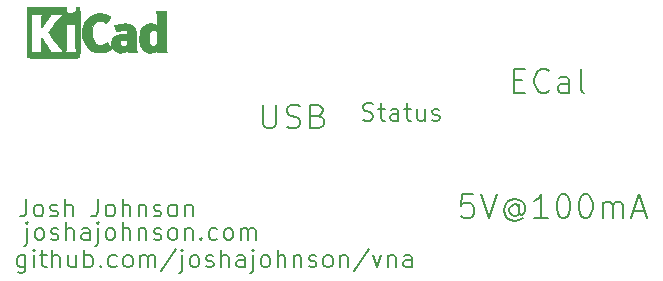
<source format=gbr>
G04 #@! TF.GenerationSoftware,KiCad,Pcbnew,(5.1.0)-1*
G04 #@! TF.CreationDate,2019-04-19T11:35:58+10:00*
G04 #@! TF.ProjectId,RearPanel,52656172-5061-46e6-956c-2e6b69636164,rev?*
G04 #@! TF.SameCoordinates,Original*
G04 #@! TF.FileFunction,Legend,Top*
G04 #@! TF.FilePolarity,Positive*
%FSLAX46Y46*%
G04 Gerber Fmt 4.6, Leading zero omitted, Abs format (unit mm)*
G04 Created by KiCad (PCBNEW (5.1.0)-1) date 2019-04-19 11:35:58*
%MOMM*%
%LPD*%
G04 APERTURE LIST*
%ADD10C,0.200000*%
%ADD11C,0.150000*%
%ADD12C,0.010000*%
G04 APERTURE END LIST*
D10*
X112114285Y-105678571D02*
X112114285Y-106750000D01*
X112042857Y-106964285D01*
X111900000Y-107107142D01*
X111685714Y-107178571D01*
X111542857Y-107178571D01*
X113042857Y-107178571D02*
X112900000Y-107107142D01*
X112828571Y-107035714D01*
X112757142Y-106892857D01*
X112757142Y-106464285D01*
X112828571Y-106321428D01*
X112900000Y-106250000D01*
X113042857Y-106178571D01*
X113257142Y-106178571D01*
X113400000Y-106250000D01*
X113471428Y-106321428D01*
X113542857Y-106464285D01*
X113542857Y-106892857D01*
X113471428Y-107035714D01*
X113400000Y-107107142D01*
X113257142Y-107178571D01*
X113042857Y-107178571D01*
X114185714Y-107178571D02*
X114185714Y-105678571D01*
X114828571Y-107178571D02*
X114828571Y-106392857D01*
X114757142Y-106250000D01*
X114614285Y-106178571D01*
X114400000Y-106178571D01*
X114257142Y-106250000D01*
X114185714Y-106321428D01*
X115542857Y-106178571D02*
X115542857Y-107178571D01*
X115542857Y-106321428D02*
X115614285Y-106250000D01*
X115757142Y-106178571D01*
X115971428Y-106178571D01*
X116114285Y-106250000D01*
X116185714Y-106392857D01*
X116185714Y-107178571D01*
X116828571Y-107107142D02*
X116971428Y-107178571D01*
X117257142Y-107178571D01*
X117400000Y-107107142D01*
X117471428Y-106964285D01*
X117471428Y-106892857D01*
X117400000Y-106750000D01*
X117257142Y-106678571D01*
X117042857Y-106678571D01*
X116900000Y-106607142D01*
X116828571Y-106464285D01*
X116828571Y-106392857D01*
X116900000Y-106250000D01*
X117042857Y-106178571D01*
X117257142Y-106178571D01*
X117400000Y-106250000D01*
X118328571Y-107178571D02*
X118185714Y-107107142D01*
X118114285Y-107035714D01*
X118042857Y-106892857D01*
X118042857Y-106464285D01*
X118114285Y-106321428D01*
X118185714Y-106250000D01*
X118328571Y-106178571D01*
X118542857Y-106178571D01*
X118685714Y-106250000D01*
X118757142Y-106321428D01*
X118828571Y-106464285D01*
X118828571Y-106892857D01*
X118757142Y-107035714D01*
X118685714Y-107107142D01*
X118542857Y-107178571D01*
X118328571Y-107178571D01*
X119471428Y-106178571D02*
X119471428Y-107178571D01*
X119471428Y-106321428D02*
X119542857Y-106250000D01*
X119685714Y-106178571D01*
X119900000Y-106178571D01*
X120042857Y-106250000D01*
X120114285Y-106392857D01*
X120114285Y-107178571D01*
D11*
X134550000Y-99007142D02*
X134764285Y-99078571D01*
X135121428Y-99078571D01*
X135264285Y-99007142D01*
X135335714Y-98935714D01*
X135407142Y-98792857D01*
X135407142Y-98650000D01*
X135335714Y-98507142D01*
X135264285Y-98435714D01*
X135121428Y-98364285D01*
X134835714Y-98292857D01*
X134692857Y-98221428D01*
X134621428Y-98150000D01*
X134550000Y-98007142D01*
X134550000Y-97864285D01*
X134621428Y-97721428D01*
X134692857Y-97650000D01*
X134835714Y-97578571D01*
X135192857Y-97578571D01*
X135407142Y-97650000D01*
X135835714Y-98078571D02*
X136407142Y-98078571D01*
X136050000Y-97578571D02*
X136050000Y-98864285D01*
X136121428Y-99007142D01*
X136264285Y-99078571D01*
X136407142Y-99078571D01*
X137550000Y-99078571D02*
X137550000Y-98292857D01*
X137478571Y-98150000D01*
X137335714Y-98078571D01*
X137050000Y-98078571D01*
X136907142Y-98150000D01*
X137550000Y-99007142D02*
X137407142Y-99078571D01*
X137050000Y-99078571D01*
X136907142Y-99007142D01*
X136835714Y-98864285D01*
X136835714Y-98721428D01*
X136907142Y-98578571D01*
X137050000Y-98507142D01*
X137407142Y-98507142D01*
X137550000Y-98435714D01*
X138050000Y-98078571D02*
X138621428Y-98078571D01*
X138264285Y-97578571D02*
X138264285Y-98864285D01*
X138335714Y-99007142D01*
X138478571Y-99078571D01*
X138621428Y-99078571D01*
X139764285Y-98078571D02*
X139764285Y-99078571D01*
X139121428Y-98078571D02*
X139121428Y-98864285D01*
X139192857Y-99007142D01*
X139335714Y-99078571D01*
X139550000Y-99078571D01*
X139692857Y-99007142D01*
X139764285Y-98935714D01*
X140407142Y-99007142D02*
X140550000Y-99078571D01*
X140835714Y-99078571D01*
X140978571Y-99007142D01*
X141050000Y-98864285D01*
X141050000Y-98792857D01*
X140978571Y-98650000D01*
X140835714Y-98578571D01*
X140621428Y-98578571D01*
X140478571Y-98507142D01*
X140407142Y-98364285D01*
X140407142Y-98292857D01*
X140478571Y-98150000D01*
X140621428Y-98078571D01*
X140835714Y-98078571D01*
X140978571Y-98150000D01*
D10*
X126076190Y-97704761D02*
X126076190Y-99323809D01*
X126171428Y-99514285D01*
X126266666Y-99609523D01*
X126457142Y-99704761D01*
X126838095Y-99704761D01*
X127028571Y-99609523D01*
X127123809Y-99514285D01*
X127219047Y-99323809D01*
X127219047Y-97704761D01*
X128076190Y-99609523D02*
X128361904Y-99704761D01*
X128838095Y-99704761D01*
X129028571Y-99609523D01*
X129123809Y-99514285D01*
X129219047Y-99323809D01*
X129219047Y-99133333D01*
X129123809Y-98942857D01*
X129028571Y-98847619D01*
X128838095Y-98752380D01*
X128457142Y-98657142D01*
X128266666Y-98561904D01*
X128171428Y-98466666D01*
X128076190Y-98276190D01*
X128076190Y-98085714D01*
X128171428Y-97895238D01*
X128266666Y-97800000D01*
X128457142Y-97704761D01*
X128933333Y-97704761D01*
X129219047Y-97800000D01*
X130742857Y-98657142D02*
X131028571Y-98752380D01*
X131123809Y-98847619D01*
X131219047Y-99038095D01*
X131219047Y-99323809D01*
X131123809Y-99514285D01*
X131028571Y-99609523D01*
X130838095Y-99704761D01*
X130076190Y-99704761D01*
X130076190Y-97704761D01*
X130742857Y-97704761D01*
X130933333Y-97800000D01*
X131028571Y-97895238D01*
X131123809Y-98085714D01*
X131123809Y-98276190D01*
X131028571Y-98466666D01*
X130933333Y-98561904D01*
X130742857Y-98657142D01*
X130076190Y-98657142D01*
X147342857Y-95657142D02*
X148009523Y-95657142D01*
X148295238Y-96704761D02*
X147342857Y-96704761D01*
X147342857Y-94704761D01*
X148295238Y-94704761D01*
X150295238Y-96514285D02*
X150200000Y-96609523D01*
X149914285Y-96704761D01*
X149723809Y-96704761D01*
X149438095Y-96609523D01*
X149247619Y-96419047D01*
X149152380Y-96228571D01*
X149057142Y-95847619D01*
X149057142Y-95561904D01*
X149152380Y-95180952D01*
X149247619Y-94990476D01*
X149438095Y-94800000D01*
X149723809Y-94704761D01*
X149914285Y-94704761D01*
X150200000Y-94800000D01*
X150295238Y-94895238D01*
X152009523Y-96704761D02*
X152009523Y-95657142D01*
X151914285Y-95466666D01*
X151723809Y-95371428D01*
X151342857Y-95371428D01*
X151152380Y-95466666D01*
X152009523Y-96609523D02*
X151819047Y-96704761D01*
X151342857Y-96704761D01*
X151152380Y-96609523D01*
X151057142Y-96419047D01*
X151057142Y-96228571D01*
X151152380Y-96038095D01*
X151342857Y-95942857D01*
X151819047Y-95942857D01*
X152009523Y-95847619D01*
X153247619Y-96704761D02*
X153057142Y-96609523D01*
X152961904Y-96419047D01*
X152961904Y-94704761D01*
X143885714Y-105304761D02*
X142933333Y-105304761D01*
X142838095Y-106257142D01*
X142933333Y-106161904D01*
X143123809Y-106066666D01*
X143600000Y-106066666D01*
X143790476Y-106161904D01*
X143885714Y-106257142D01*
X143980952Y-106447619D01*
X143980952Y-106923809D01*
X143885714Y-107114285D01*
X143790476Y-107209523D01*
X143600000Y-107304761D01*
X143123809Y-107304761D01*
X142933333Y-107209523D01*
X142838095Y-107114285D01*
X144552380Y-105304761D02*
X145219047Y-107304761D01*
X145885714Y-105304761D01*
X147790476Y-106352380D02*
X147695238Y-106257142D01*
X147504761Y-106161904D01*
X147314285Y-106161904D01*
X147123809Y-106257142D01*
X147028571Y-106352380D01*
X146933333Y-106542857D01*
X146933333Y-106733333D01*
X147028571Y-106923809D01*
X147123809Y-107019047D01*
X147314285Y-107114285D01*
X147504761Y-107114285D01*
X147695238Y-107019047D01*
X147790476Y-106923809D01*
X147790476Y-106161904D02*
X147790476Y-106923809D01*
X147885714Y-107019047D01*
X147980952Y-107019047D01*
X148171428Y-106923809D01*
X148266666Y-106733333D01*
X148266666Y-106257142D01*
X148076190Y-105971428D01*
X147790476Y-105780952D01*
X147409523Y-105685714D01*
X147028571Y-105780952D01*
X146742857Y-105971428D01*
X146552380Y-106257142D01*
X146457142Y-106638095D01*
X146552380Y-107019047D01*
X146742857Y-107304761D01*
X147028571Y-107495238D01*
X147409523Y-107590476D01*
X147790476Y-107495238D01*
X148076190Y-107304761D01*
X150171428Y-107304761D02*
X149028571Y-107304761D01*
X149600000Y-107304761D02*
X149600000Y-105304761D01*
X149409523Y-105590476D01*
X149219047Y-105780952D01*
X149028571Y-105876190D01*
X151409523Y-105304761D02*
X151600000Y-105304761D01*
X151790476Y-105400000D01*
X151885714Y-105495238D01*
X151980952Y-105685714D01*
X152076190Y-106066666D01*
X152076190Y-106542857D01*
X151980952Y-106923809D01*
X151885714Y-107114285D01*
X151790476Y-107209523D01*
X151600000Y-107304761D01*
X151409523Y-107304761D01*
X151219047Y-107209523D01*
X151123809Y-107114285D01*
X151028571Y-106923809D01*
X150933333Y-106542857D01*
X150933333Y-106066666D01*
X151028571Y-105685714D01*
X151123809Y-105495238D01*
X151219047Y-105400000D01*
X151409523Y-105304761D01*
X153314285Y-105304761D02*
X153504761Y-105304761D01*
X153695238Y-105400000D01*
X153790476Y-105495238D01*
X153885714Y-105685714D01*
X153980952Y-106066666D01*
X153980952Y-106542857D01*
X153885714Y-106923809D01*
X153790476Y-107114285D01*
X153695238Y-107209523D01*
X153504761Y-107304761D01*
X153314285Y-107304761D01*
X153123809Y-107209523D01*
X153028571Y-107114285D01*
X152933333Y-106923809D01*
X152838095Y-106542857D01*
X152838095Y-106066666D01*
X152933333Y-105685714D01*
X153028571Y-105495238D01*
X153123809Y-105400000D01*
X153314285Y-105304761D01*
X154838095Y-107304761D02*
X154838095Y-105971428D01*
X154838095Y-106161904D02*
X154933333Y-106066666D01*
X155123809Y-105971428D01*
X155409523Y-105971428D01*
X155600000Y-106066666D01*
X155695238Y-106257142D01*
X155695238Y-107304761D01*
X155695238Y-106257142D02*
X155790476Y-106066666D01*
X155980952Y-105971428D01*
X156266666Y-105971428D01*
X156457142Y-106066666D01*
X156552380Y-106257142D01*
X156552380Y-107304761D01*
X157409523Y-106733333D02*
X158361904Y-106733333D01*
X157219047Y-107304761D02*
X157885714Y-105304761D01*
X158552380Y-107304761D01*
D12*
G36*
X117847464Y-91457150D02*
G01*
X117849006Y-91787052D01*
X117850566Y-92069981D01*
X117852261Y-92309761D01*
X117854208Y-92510219D01*
X117856523Y-92675181D01*
X117859322Y-92808472D01*
X117862724Y-92913918D01*
X117866844Y-92995345D01*
X117871799Y-93056580D01*
X117877707Y-93101447D01*
X117884683Y-93133774D01*
X117892845Y-93157385D01*
X117899802Y-93171650D01*
X117944904Y-93254200D01*
X117130800Y-93254200D01*
X117130800Y-93178000D01*
X117127441Y-93124452D01*
X117119351Y-93101804D01*
X117119227Y-93101800D01*
X117093109Y-93114784D01*
X117040726Y-93147537D01*
X117013903Y-93165421D01*
X116881603Y-93232647D01*
X116721937Y-93279589D01*
X116553022Y-93303338D01*
X116392977Y-93300984D01*
X116292600Y-93281247D01*
X116108538Y-93199939D01*
X115943410Y-93078200D01*
X115808517Y-92925510D01*
X115747155Y-92823694D01*
X115679731Y-92666029D01*
X115635855Y-92499951D01*
X115612714Y-92311403D01*
X115607241Y-92124913D01*
X115608002Y-92111200D01*
X116408136Y-92111200D01*
X116412634Y-92286895D01*
X116426249Y-92420414D01*
X116451477Y-92519949D01*
X116490812Y-92593691D01*
X116546751Y-92649831D01*
X116579016Y-92672170D01*
X116685421Y-92710164D01*
X116811144Y-92707176D01*
X116946203Y-92663728D01*
X116970499Y-92651773D01*
X117067300Y-92601557D01*
X117074142Y-92052487D01*
X117080985Y-91503416D01*
X117013891Y-91459454D01*
X116950360Y-91432707D01*
X116860668Y-91412044D01*
X116802633Y-91405065D01*
X116714255Y-91401970D01*
X116655291Y-91412095D01*
X116604985Y-91440683D01*
X116578927Y-91461568D01*
X116511583Y-91535167D01*
X116462664Y-91630737D01*
X116430341Y-91755234D01*
X116412787Y-91915611D01*
X116408136Y-92111200D01*
X115608002Y-92111200D01*
X115623675Y-91828965D01*
X115671542Y-91569134D01*
X115750171Y-91346509D01*
X115858889Y-91162180D01*
X115997025Y-91017237D01*
X116163906Y-90912768D01*
X116358860Y-90849864D01*
X116398170Y-90842835D01*
X116513703Y-90834575D01*
X116641063Y-90841429D01*
X116767661Y-90860852D01*
X116880912Y-90890299D01*
X116968228Y-90927225D01*
X117016262Y-90967815D01*
X117037127Y-90992282D01*
X117053170Y-90987192D01*
X117064925Y-90948657D01*
X117072924Y-90872788D01*
X117077702Y-90755701D01*
X117079793Y-90593506D01*
X117080000Y-90503670D01*
X117079477Y-90329573D01*
X117077469Y-90198217D01*
X117073311Y-90101550D01*
X117066343Y-90031519D01*
X117055901Y-89980073D01*
X117041322Y-89939158D01*
X117031938Y-89919470D01*
X116983876Y-89825200D01*
X117840228Y-89825200D01*
X117847464Y-91457150D01*
X117847464Y-91457150D01*
G37*
X117847464Y-91457150D02*
X117849006Y-91787052D01*
X117850566Y-92069981D01*
X117852261Y-92309761D01*
X117854208Y-92510219D01*
X117856523Y-92675181D01*
X117859322Y-92808472D01*
X117862724Y-92913918D01*
X117866844Y-92995345D01*
X117871799Y-93056580D01*
X117877707Y-93101447D01*
X117884683Y-93133774D01*
X117892845Y-93157385D01*
X117899802Y-93171650D01*
X117944904Y-93254200D01*
X117130800Y-93254200D01*
X117130800Y-93178000D01*
X117127441Y-93124452D01*
X117119351Y-93101804D01*
X117119227Y-93101800D01*
X117093109Y-93114784D01*
X117040726Y-93147537D01*
X117013903Y-93165421D01*
X116881603Y-93232647D01*
X116721937Y-93279589D01*
X116553022Y-93303338D01*
X116392977Y-93300984D01*
X116292600Y-93281247D01*
X116108538Y-93199939D01*
X115943410Y-93078200D01*
X115808517Y-92925510D01*
X115747155Y-92823694D01*
X115679731Y-92666029D01*
X115635855Y-92499951D01*
X115612714Y-92311403D01*
X115607241Y-92124913D01*
X115608002Y-92111200D01*
X116408136Y-92111200D01*
X116412634Y-92286895D01*
X116426249Y-92420414D01*
X116451477Y-92519949D01*
X116490812Y-92593691D01*
X116546751Y-92649831D01*
X116579016Y-92672170D01*
X116685421Y-92710164D01*
X116811144Y-92707176D01*
X116946203Y-92663728D01*
X116970499Y-92651773D01*
X117067300Y-92601557D01*
X117074142Y-92052487D01*
X117080985Y-91503416D01*
X117013891Y-91459454D01*
X116950360Y-91432707D01*
X116860668Y-91412044D01*
X116802633Y-91405065D01*
X116714255Y-91401970D01*
X116655291Y-91412095D01*
X116604985Y-91440683D01*
X116578927Y-91461568D01*
X116511583Y-91535167D01*
X116462664Y-91630737D01*
X116430341Y-91755234D01*
X116412787Y-91915611D01*
X116408136Y-92111200D01*
X115608002Y-92111200D01*
X115623675Y-91828965D01*
X115671542Y-91569134D01*
X115750171Y-91346509D01*
X115858889Y-91162180D01*
X115997025Y-91017237D01*
X116163906Y-90912768D01*
X116358860Y-90849864D01*
X116398170Y-90842835D01*
X116513703Y-90834575D01*
X116641063Y-90841429D01*
X116767661Y-90860852D01*
X116880912Y-90890299D01*
X116968228Y-90927225D01*
X117016262Y-90967815D01*
X117037127Y-90992282D01*
X117053170Y-90987192D01*
X117064925Y-90948657D01*
X117072924Y-90872788D01*
X117077702Y-90755701D01*
X117079793Y-90593506D01*
X117080000Y-90503670D01*
X117079477Y-90329573D01*
X117077469Y-90198217D01*
X117073311Y-90101550D01*
X117066343Y-90031519D01*
X117055901Y-89980073D01*
X117041322Y-89939158D01*
X117031938Y-89919470D01*
X116983876Y-89825200D01*
X117840228Y-89825200D01*
X117847464Y-91457150D01*
G36*
X114627620Y-90852359D02*
G01*
X114803576Y-90892264D01*
X114922513Y-90936895D01*
X115015098Y-90992778D01*
X115097779Y-91066360D01*
X115150917Y-91121188D01*
X115194396Y-91172829D01*
X115229291Y-91226992D01*
X115256676Y-91289387D01*
X115277624Y-91365723D01*
X115293209Y-91461710D01*
X115304504Y-91583058D01*
X115312585Y-91735475D01*
X115318523Y-91924670D01*
X115323394Y-92156355D01*
X115325549Y-92277477D01*
X115329807Y-92509434D01*
X115333930Y-92696051D01*
X115338276Y-92842785D01*
X115343203Y-92955095D01*
X115349068Y-93038437D01*
X115356231Y-93098269D01*
X115365049Y-93140049D01*
X115375880Y-93169234D01*
X115385135Y-93185527D01*
X115430171Y-93254200D01*
X114619418Y-93254200D01*
X114603500Y-93100698D01*
X114504102Y-93168483D01*
X114347946Y-93247254D01*
X114167092Y-93293178D01*
X113977295Y-93304137D01*
X113794309Y-93278011D01*
X113760834Y-93268436D01*
X113574429Y-93186112D01*
X113423520Y-93068585D01*
X113310652Y-92919321D01*
X113238375Y-92741786D01*
X113209235Y-92539443D01*
X113208788Y-92517600D01*
X113209452Y-92488545D01*
X113937707Y-92488545D01*
X113941963Y-92577884D01*
X113952090Y-92608502D01*
X114014779Y-92689089D01*
X114109723Y-92743481D01*
X114223327Y-92767352D01*
X114341996Y-92756378D01*
X114379596Y-92744508D01*
X114466783Y-92702968D01*
X114522424Y-92650366D01*
X114552894Y-92575280D01*
X114564566Y-92466289D01*
X114565400Y-92411572D01*
X114565400Y-92212800D01*
X114399484Y-92212800D01*
X114235747Y-92227824D01*
X114097128Y-92270733D01*
X114001676Y-92331555D01*
X113959069Y-92398298D01*
X113937707Y-92488545D01*
X113209452Y-92488545D01*
X113211403Y-92403273D01*
X113225051Y-92315974D01*
X113254550Y-92232311D01*
X113277882Y-92182215D01*
X113382223Y-92025636D01*
X113526604Y-91899758D01*
X113710369Y-91804878D01*
X113932862Y-91741291D01*
X114193426Y-91709295D01*
X114333794Y-91705241D01*
X114572088Y-91704800D01*
X114558196Y-91601228D01*
X114522262Y-91487960D01*
X114450344Y-91409507D01*
X114343724Y-91366163D01*
X114203687Y-91358223D01*
X114031516Y-91385980D01*
X113854509Y-91440144D01*
X113770051Y-91467413D01*
X113705058Y-91482373D01*
X113673195Y-91481908D01*
X113672862Y-91481589D01*
X113655276Y-91449872D01*
X113625180Y-91383912D01*
X113587902Y-91296745D01*
X113548773Y-91201404D01*
X113513122Y-91110925D01*
X113486280Y-91038340D01*
X113473575Y-90996685D01*
X113473200Y-90993302D01*
X113494990Y-90974617D01*
X113538447Y-90968200D01*
X113590031Y-90962037D01*
X113676850Y-90945424D01*
X113785103Y-90921175D01*
X113862297Y-90902173D01*
X114128096Y-90851360D01*
X114386776Y-90834718D01*
X114627620Y-90852359D01*
X114627620Y-90852359D01*
G37*
X114627620Y-90852359D02*
X114803576Y-90892264D01*
X114922513Y-90936895D01*
X115015098Y-90992778D01*
X115097779Y-91066360D01*
X115150917Y-91121188D01*
X115194396Y-91172829D01*
X115229291Y-91226992D01*
X115256676Y-91289387D01*
X115277624Y-91365723D01*
X115293209Y-91461710D01*
X115304504Y-91583058D01*
X115312585Y-91735475D01*
X115318523Y-91924670D01*
X115323394Y-92156355D01*
X115325549Y-92277477D01*
X115329807Y-92509434D01*
X115333930Y-92696051D01*
X115338276Y-92842785D01*
X115343203Y-92955095D01*
X115349068Y-93038437D01*
X115356231Y-93098269D01*
X115365049Y-93140049D01*
X115375880Y-93169234D01*
X115385135Y-93185527D01*
X115430171Y-93254200D01*
X114619418Y-93254200D01*
X114603500Y-93100698D01*
X114504102Y-93168483D01*
X114347946Y-93247254D01*
X114167092Y-93293178D01*
X113977295Y-93304137D01*
X113794309Y-93278011D01*
X113760834Y-93268436D01*
X113574429Y-93186112D01*
X113423520Y-93068585D01*
X113310652Y-92919321D01*
X113238375Y-92741786D01*
X113209235Y-92539443D01*
X113208788Y-92517600D01*
X113209452Y-92488545D01*
X113937707Y-92488545D01*
X113941963Y-92577884D01*
X113952090Y-92608502D01*
X114014779Y-92689089D01*
X114109723Y-92743481D01*
X114223327Y-92767352D01*
X114341996Y-92756378D01*
X114379596Y-92744508D01*
X114466783Y-92702968D01*
X114522424Y-92650366D01*
X114552894Y-92575280D01*
X114564566Y-92466289D01*
X114565400Y-92411572D01*
X114565400Y-92212800D01*
X114399484Y-92212800D01*
X114235747Y-92227824D01*
X114097128Y-92270733D01*
X114001676Y-92331555D01*
X113959069Y-92398298D01*
X113937707Y-92488545D01*
X113209452Y-92488545D01*
X113211403Y-92403273D01*
X113225051Y-92315974D01*
X113254550Y-92232311D01*
X113277882Y-92182215D01*
X113382223Y-92025636D01*
X113526604Y-91899758D01*
X113710369Y-91804878D01*
X113932862Y-91741291D01*
X114193426Y-91709295D01*
X114333794Y-91705241D01*
X114572088Y-91704800D01*
X114558196Y-91601228D01*
X114522262Y-91487960D01*
X114450344Y-91409507D01*
X114343724Y-91366163D01*
X114203687Y-91358223D01*
X114031516Y-91385980D01*
X113854509Y-91440144D01*
X113770051Y-91467413D01*
X113705058Y-91482373D01*
X113673195Y-91481908D01*
X113672862Y-91481589D01*
X113655276Y-91449872D01*
X113625180Y-91383912D01*
X113587902Y-91296745D01*
X113548773Y-91201404D01*
X113513122Y-91110925D01*
X113486280Y-91038340D01*
X113473575Y-90996685D01*
X113473200Y-90993302D01*
X113494990Y-90974617D01*
X113538447Y-90968200D01*
X113590031Y-90962037D01*
X113676850Y-90945424D01*
X113785103Y-90921175D01*
X113862297Y-90902173D01*
X114128096Y-90851360D01*
X114386776Y-90834718D01*
X114627620Y-90852359D01*
G36*
X112544676Y-90006341D02*
G01*
X112585911Y-90016143D01*
X112656879Y-90038829D01*
X112752173Y-90074963D01*
X112859521Y-90119187D01*
X112966653Y-90166147D01*
X113061298Y-90210487D01*
X113131185Y-90246851D01*
X113162064Y-90267598D01*
X113152374Y-90290582D01*
X113120036Y-90345508D01*
X113071464Y-90422651D01*
X113013074Y-90512288D01*
X112951281Y-90604695D01*
X112892502Y-90690151D01*
X112843152Y-90758930D01*
X112810677Y-90800159D01*
X112782236Y-90797624D01*
X112730081Y-90767335D01*
X112686407Y-90733312D01*
X112541298Y-90641226D01*
X112376487Y-90595559D01*
X112218098Y-90594284D01*
X112047398Y-90634902D01*
X111903259Y-90718127D01*
X111786245Y-90842925D01*
X111696919Y-91008260D01*
X111635843Y-91213097D01*
X111603581Y-91456401D01*
X111600426Y-91730200D01*
X111621867Y-91977826D01*
X111666984Y-92183741D01*
X111737630Y-92352105D01*
X111835657Y-92487080D01*
X111962917Y-92592826D01*
X111992579Y-92611151D01*
X112069773Y-92651415D01*
X112141238Y-92672876D01*
X112229027Y-92680676D01*
X112292100Y-92681009D01*
X112451817Y-92665354D01*
X112590547Y-92617392D01*
X112724625Y-92530613D01*
X112774846Y-92488663D01*
X112829092Y-92444162D01*
X112865414Y-92420225D01*
X112873055Y-92418969D01*
X112895216Y-92452288D01*
X112934498Y-92516333D01*
X112985230Y-92601348D01*
X113041743Y-92697575D01*
X113098366Y-92795257D01*
X113149431Y-92884636D01*
X113189265Y-92955956D01*
X113212201Y-92999460D01*
X113215453Y-93008180D01*
X113190218Y-93021554D01*
X113132344Y-93052253D01*
X113054062Y-93093786D01*
X113049457Y-93096230D01*
X112887147Y-93176612D01*
X112744212Y-93231928D01*
X112602272Y-93266986D01*
X112442947Y-93286593D01*
X112292100Y-93294340D01*
X112099285Y-93295569D01*
X111947250Y-93286113D01*
X111856436Y-93270565D01*
X111624201Y-93185718D01*
X111411159Y-93056718D01*
X111221366Y-92887906D01*
X111058878Y-92683623D01*
X110927752Y-92448209D01*
X110832044Y-92186005D01*
X110827548Y-92169632D01*
X110791250Y-91983026D01*
X110772345Y-91768920D01*
X110770823Y-91545257D01*
X110786669Y-91329982D01*
X110819872Y-91141040D01*
X110828297Y-91109044D01*
X110930061Y-90835435D01*
X111072732Y-90589468D01*
X111253804Y-90374653D01*
X111470770Y-90194495D01*
X111492000Y-90180082D01*
X111669644Y-90087504D01*
X111877698Y-90021748D01*
X112102198Y-89984907D01*
X112329178Y-89979073D01*
X112544676Y-90006341D01*
X112544676Y-90006341D01*
G37*
X112544676Y-90006341D02*
X112585911Y-90016143D01*
X112656879Y-90038829D01*
X112752173Y-90074963D01*
X112859521Y-90119187D01*
X112966653Y-90166147D01*
X113061298Y-90210487D01*
X113131185Y-90246851D01*
X113162064Y-90267598D01*
X113152374Y-90290582D01*
X113120036Y-90345508D01*
X113071464Y-90422651D01*
X113013074Y-90512288D01*
X112951281Y-90604695D01*
X112892502Y-90690151D01*
X112843152Y-90758930D01*
X112810677Y-90800159D01*
X112782236Y-90797624D01*
X112730081Y-90767335D01*
X112686407Y-90733312D01*
X112541298Y-90641226D01*
X112376487Y-90595559D01*
X112218098Y-90594284D01*
X112047398Y-90634902D01*
X111903259Y-90718127D01*
X111786245Y-90842925D01*
X111696919Y-91008260D01*
X111635843Y-91213097D01*
X111603581Y-91456401D01*
X111600426Y-91730200D01*
X111621867Y-91977826D01*
X111666984Y-92183741D01*
X111737630Y-92352105D01*
X111835657Y-92487080D01*
X111962917Y-92592826D01*
X111992579Y-92611151D01*
X112069773Y-92651415D01*
X112141238Y-92672876D01*
X112229027Y-92680676D01*
X112292100Y-92681009D01*
X112451817Y-92665354D01*
X112590547Y-92617392D01*
X112724625Y-92530613D01*
X112774846Y-92488663D01*
X112829092Y-92444162D01*
X112865414Y-92420225D01*
X112873055Y-92418969D01*
X112895216Y-92452288D01*
X112934498Y-92516333D01*
X112985230Y-92601348D01*
X113041743Y-92697575D01*
X113098366Y-92795257D01*
X113149431Y-92884636D01*
X113189265Y-92955956D01*
X113212201Y-92999460D01*
X113215453Y-93008180D01*
X113190218Y-93021554D01*
X113132344Y-93052253D01*
X113054062Y-93093786D01*
X113049457Y-93096230D01*
X112887147Y-93176612D01*
X112744212Y-93231928D01*
X112602272Y-93266986D01*
X112442947Y-93286593D01*
X112292100Y-93294340D01*
X112099285Y-93295569D01*
X111947250Y-93286113D01*
X111856436Y-93270565D01*
X111624201Y-93185718D01*
X111411159Y-93056718D01*
X111221366Y-92887906D01*
X111058878Y-92683623D01*
X110927752Y-92448209D01*
X110832044Y-92186005D01*
X110827548Y-92169632D01*
X110791250Y-91983026D01*
X110772345Y-91768920D01*
X110770823Y-91545257D01*
X110786669Y-91329982D01*
X110819872Y-91141040D01*
X110828297Y-91109044D01*
X110930061Y-90835435D01*
X111072732Y-90589468D01*
X111253804Y-90374653D01*
X111470770Y-90194495D01*
X111492000Y-90180082D01*
X111669644Y-90087504D01*
X111877698Y-90021748D01*
X112102198Y-89984907D01*
X112329178Y-89979073D01*
X112544676Y-90006341D01*
G36*
X110451363Y-89442699D02*
G01*
X110473155Y-89449976D01*
X110491586Y-89466420D01*
X110506935Y-89495197D01*
X110519481Y-89539474D01*
X110529505Y-89602418D01*
X110537283Y-89687194D01*
X110543096Y-89796971D01*
X110547223Y-89934914D01*
X110549943Y-90104191D01*
X110551535Y-90307968D01*
X110552277Y-90549411D01*
X110552450Y-90831687D01*
X110552332Y-91157964D01*
X110552203Y-91531407D01*
X110552200Y-91590500D01*
X110552122Y-91965884D01*
X110551849Y-92293711D01*
X110551318Y-92577221D01*
X110550469Y-92819658D01*
X110549240Y-93024261D01*
X110547569Y-93194274D01*
X110545395Y-93332939D01*
X110542657Y-93443496D01*
X110539292Y-93529188D01*
X110535241Y-93593257D01*
X110530441Y-93638944D01*
X110524831Y-93669492D01*
X110518349Y-93688141D01*
X110512285Y-93696885D01*
X110501209Y-93703992D01*
X110481001Y-93710213D01*
X110448490Y-93715606D01*
X110400503Y-93720229D01*
X110333867Y-93724140D01*
X110245410Y-93727396D01*
X110131960Y-93730056D01*
X109990344Y-93732175D01*
X109817390Y-93733813D01*
X109609924Y-93735028D01*
X109364776Y-93735876D01*
X109078771Y-93736415D01*
X108748739Y-93736703D01*
X108371505Y-93736798D01*
X108316999Y-93736800D01*
X107933176Y-93736726D01*
X107596980Y-93736467D01*
X107305239Y-93735965D01*
X107054781Y-93735162D01*
X106842432Y-93734000D01*
X106665021Y-93732422D01*
X106519375Y-93730371D01*
X106402322Y-93727787D01*
X106310688Y-93724615D01*
X106241303Y-93720795D01*
X106190992Y-93716271D01*
X106156584Y-93710985D01*
X106134907Y-93704879D01*
X106122787Y-93697895D01*
X106121714Y-93696885D01*
X106114465Y-93685627D01*
X106108138Y-93665152D01*
X106102672Y-93632219D01*
X106098006Y-93583586D01*
X106094078Y-93516011D01*
X106090826Y-93426252D01*
X106088190Y-93311068D01*
X106086107Y-93167217D01*
X106084517Y-92991456D01*
X106083358Y-92780544D01*
X106082568Y-92531239D01*
X106082086Y-92240300D01*
X106081851Y-91904484D01*
X106081800Y-91590500D01*
X106081877Y-91215115D01*
X106082150Y-90887288D01*
X106082681Y-90603778D01*
X106083530Y-90361341D01*
X106084759Y-90156738D01*
X106085948Y-90035729D01*
X106361199Y-90035729D01*
X106371637Y-90060638D01*
X106397944Y-90114844D01*
X106411999Y-90142699D01*
X106422932Y-90165774D01*
X106432174Y-90191420D01*
X106439867Y-90223859D01*
X106446152Y-90267308D01*
X106451172Y-90325988D01*
X106455068Y-90404117D01*
X106457983Y-90505917D01*
X106460057Y-90635605D01*
X106461434Y-90797401D01*
X106462254Y-90995525D01*
X106462659Y-91234197D01*
X106462791Y-91517635D01*
X106462799Y-91654290D01*
X106462439Y-91917726D01*
X106461402Y-92166037D01*
X106459756Y-92394556D01*
X106457568Y-92598618D01*
X106454903Y-92773558D01*
X106451830Y-92914711D01*
X106448415Y-93017410D01*
X106444724Y-93076991D01*
X106442224Y-93090370D01*
X106417800Y-93130136D01*
X106391968Y-93184350D01*
X106362289Y-93254200D01*
X106888794Y-93253811D01*
X107043967Y-93252849D01*
X107178350Y-93250381D01*
X107284999Y-93246674D01*
X107356970Y-93241992D01*
X107387319Y-93236600D01*
X107387094Y-93234761D01*
X107357145Y-93200826D01*
X107321332Y-93142626D01*
X107317244Y-93134811D01*
X107302318Y-93097521D01*
X107291307Y-93047267D01*
X107283669Y-92976556D01*
X107278866Y-92877898D01*
X107276356Y-92743800D01*
X107275601Y-92566772D01*
X107275600Y-92556961D01*
X107276833Y-92379347D01*
X107280396Y-92236876D01*
X107286078Y-92133727D01*
X107293672Y-92074078D01*
X107300414Y-92060400D01*
X107329914Y-92079770D01*
X107367641Y-92126744D01*
X107369915Y-92130250D01*
X107410493Y-92187268D01*
X107444699Y-92225500D01*
X107475147Y-92262632D01*
X107515083Y-92324966D01*
X107528671Y-92348833D01*
X107570820Y-92415930D01*
X107633527Y-92504720D01*
X107704592Y-92598064D01*
X107718542Y-92615533D01*
X107826661Y-92758344D01*
X107917138Y-92894967D01*
X107985389Y-93017349D01*
X108026831Y-93117440D01*
X108037600Y-93175923D01*
X108037600Y-93254200D01*
X109164055Y-93254200D01*
X109151929Y-93240488D01*
X109307600Y-93240488D01*
X109331699Y-93244757D01*
X109398796Y-93248485D01*
X109501089Y-93251448D01*
X109630778Y-93253426D01*
X109780061Y-93254196D01*
X109790200Y-93254200D01*
X109966967Y-93253408D01*
X110098101Y-93250806D01*
X110188747Y-93246056D01*
X110244050Y-93238818D01*
X110269156Y-93228752D01*
X110271992Y-93222450D01*
X110257038Y-93178554D01*
X110233892Y-93141395D01*
X110224698Y-93122692D01*
X110217102Y-93090195D01*
X110210959Y-93039498D01*
X110206127Y-92966196D01*
X110202464Y-92865883D01*
X110199826Y-92734154D01*
X110198070Y-92566604D01*
X110197053Y-92358827D01*
X110196633Y-92106418D01*
X110196600Y-91992045D01*
X110196600Y-90892000D01*
X109331695Y-90892000D01*
X109370447Y-90966938D01*
X109380478Y-90992815D01*
X109388667Y-91031092D01*
X109395192Y-91086607D01*
X109400226Y-91164197D01*
X109403947Y-91268700D01*
X109406529Y-91404954D01*
X109408148Y-91577797D01*
X109408979Y-91792067D01*
X109409200Y-92034750D01*
X109409086Y-92286440D01*
X109408585Y-92492511D01*
X109407455Y-92658147D01*
X109405455Y-92788527D01*
X109402345Y-92888835D01*
X109397883Y-92964251D01*
X109391829Y-93019957D01*
X109383941Y-93061135D01*
X109373979Y-93092967D01*
X109361701Y-93120635D01*
X109358400Y-93127200D01*
X109327490Y-93190636D01*
X109309480Y-93233110D01*
X109307600Y-93240488D01*
X109151929Y-93240488D01*
X109102477Y-93184570D01*
X109058555Y-93135266D01*
X109030373Y-93104290D01*
X109028200Y-93102020D01*
X108970445Y-93038905D01*
X108898963Y-92954689D01*
X108823897Y-92862065D01*
X108755391Y-92773725D01*
X108703588Y-92702361D01*
X108683376Y-92670547D01*
X108643155Y-92606584D01*
X108579662Y-92515299D01*
X108501804Y-92408680D01*
X108418487Y-92298715D01*
X108338617Y-92197390D01*
X108276273Y-92122607D01*
X108215829Y-92045548D01*
X108159159Y-91961943D01*
X108154978Y-91955050D01*
X108027637Y-91756936D01*
X107931994Y-91626356D01*
X107862036Y-91535212D01*
X107943468Y-91447760D01*
X108013660Y-91368661D01*
X108103715Y-91261892D01*
X108203057Y-91140451D01*
X108301107Y-91017339D01*
X108387289Y-90905555D01*
X108416151Y-90866815D01*
X108720941Y-90486892D01*
X108960279Y-90229787D01*
X109159059Y-90028400D01*
X108613747Y-90028400D01*
X108428550Y-90028523D01*
X108287998Y-90029861D01*
X108185937Y-90033867D01*
X108116212Y-90041993D01*
X108072669Y-90055691D01*
X108049153Y-90076416D01*
X108039511Y-90105618D01*
X108037586Y-90144751D01*
X108037600Y-90164390D01*
X108022012Y-90217842D01*
X107982941Y-90285121D01*
X107965299Y-90308362D01*
X107906652Y-90385668D01*
X107843890Y-90476586D01*
X107821802Y-90511000D01*
X107778552Y-90577764D01*
X107744912Y-90624931D01*
X107733239Y-90638000D01*
X107703445Y-90667339D01*
X107654245Y-90723018D01*
X107594522Y-90794108D01*
X107533162Y-90869681D01*
X107479047Y-90938808D01*
X107441063Y-90990561D01*
X107428000Y-91013483D01*
X107411182Y-91042974D01*
X107369146Y-91090717D01*
X107351799Y-91107900D01*
X107275599Y-91180904D01*
X107275600Y-90761088D01*
X107277193Y-90578302D01*
X107282895Y-90435476D01*
X107294093Y-90321840D01*
X107312172Y-90226629D01*
X107338518Y-90139075D01*
X107364164Y-90072850D01*
X107367394Y-90057771D01*
X107358649Y-90046538D01*
X107331705Y-90038591D01*
X107280338Y-90033367D01*
X107198324Y-90030303D01*
X107079439Y-90028838D01*
X106917460Y-90028410D01*
X106871917Y-90028400D01*
X106717083Y-90028746D01*
X106581122Y-90029712D01*
X106471617Y-90031190D01*
X106396151Y-90033071D01*
X106362308Y-90035245D01*
X106361199Y-90035729D01*
X106085948Y-90035729D01*
X106086430Y-89986725D01*
X106088604Y-89848060D01*
X106091342Y-89737503D01*
X106094707Y-89651811D01*
X106098758Y-89587742D01*
X106103558Y-89542055D01*
X106109168Y-89511507D01*
X106115650Y-89492858D01*
X106121714Y-89484114D01*
X106134178Y-89475934D01*
X106156437Y-89468938D01*
X106192191Y-89463034D01*
X106245141Y-89458133D01*
X106318988Y-89454144D01*
X106417431Y-89450978D01*
X106544173Y-89448544D01*
X106702913Y-89446752D01*
X106897353Y-89445511D01*
X107131193Y-89444733D01*
X107408135Y-89444326D01*
X107731878Y-89444200D01*
X109358400Y-89444200D01*
X109358400Y-89540418D01*
X109378479Y-89656335D01*
X109431525Y-89775000D01*
X109506754Y-89875991D01*
X109559006Y-89920244D01*
X109672546Y-89967370D01*
X109803500Y-89977636D01*
X109937628Y-89953918D01*
X110060690Y-89899089D01*
X110158448Y-89816023D01*
X110173800Y-89796147D01*
X110220806Y-89695428D01*
X110242439Y-89579877D01*
X110253690Y-89444199D01*
X110363030Y-89444200D01*
X110396580Y-89442977D01*
X110425931Y-89441421D01*
X110451363Y-89442699D01*
X110451363Y-89442699D01*
G37*
X110451363Y-89442699D02*
X110473155Y-89449976D01*
X110491586Y-89466420D01*
X110506935Y-89495197D01*
X110519481Y-89539474D01*
X110529505Y-89602418D01*
X110537283Y-89687194D01*
X110543096Y-89796971D01*
X110547223Y-89934914D01*
X110549943Y-90104191D01*
X110551535Y-90307968D01*
X110552277Y-90549411D01*
X110552450Y-90831687D01*
X110552332Y-91157964D01*
X110552203Y-91531407D01*
X110552200Y-91590500D01*
X110552122Y-91965884D01*
X110551849Y-92293711D01*
X110551318Y-92577221D01*
X110550469Y-92819658D01*
X110549240Y-93024261D01*
X110547569Y-93194274D01*
X110545395Y-93332939D01*
X110542657Y-93443496D01*
X110539292Y-93529188D01*
X110535241Y-93593257D01*
X110530441Y-93638944D01*
X110524831Y-93669492D01*
X110518349Y-93688141D01*
X110512285Y-93696885D01*
X110501209Y-93703992D01*
X110481001Y-93710213D01*
X110448490Y-93715606D01*
X110400503Y-93720229D01*
X110333867Y-93724140D01*
X110245410Y-93727396D01*
X110131960Y-93730056D01*
X109990344Y-93732175D01*
X109817390Y-93733813D01*
X109609924Y-93735028D01*
X109364776Y-93735876D01*
X109078771Y-93736415D01*
X108748739Y-93736703D01*
X108371505Y-93736798D01*
X108316999Y-93736800D01*
X107933176Y-93736726D01*
X107596980Y-93736467D01*
X107305239Y-93735965D01*
X107054781Y-93735162D01*
X106842432Y-93734000D01*
X106665021Y-93732422D01*
X106519375Y-93730371D01*
X106402322Y-93727787D01*
X106310688Y-93724615D01*
X106241303Y-93720795D01*
X106190992Y-93716271D01*
X106156584Y-93710985D01*
X106134907Y-93704879D01*
X106122787Y-93697895D01*
X106121714Y-93696885D01*
X106114465Y-93685627D01*
X106108138Y-93665152D01*
X106102672Y-93632219D01*
X106098006Y-93583586D01*
X106094078Y-93516011D01*
X106090826Y-93426252D01*
X106088190Y-93311068D01*
X106086107Y-93167217D01*
X106084517Y-92991456D01*
X106083358Y-92780544D01*
X106082568Y-92531239D01*
X106082086Y-92240300D01*
X106081851Y-91904484D01*
X106081800Y-91590500D01*
X106081877Y-91215115D01*
X106082150Y-90887288D01*
X106082681Y-90603778D01*
X106083530Y-90361341D01*
X106084759Y-90156738D01*
X106085948Y-90035729D01*
X106361199Y-90035729D01*
X106371637Y-90060638D01*
X106397944Y-90114844D01*
X106411999Y-90142699D01*
X106422932Y-90165774D01*
X106432174Y-90191420D01*
X106439867Y-90223859D01*
X106446152Y-90267308D01*
X106451172Y-90325988D01*
X106455068Y-90404117D01*
X106457983Y-90505917D01*
X106460057Y-90635605D01*
X106461434Y-90797401D01*
X106462254Y-90995525D01*
X106462659Y-91234197D01*
X106462791Y-91517635D01*
X106462799Y-91654290D01*
X106462439Y-91917726D01*
X106461402Y-92166037D01*
X106459756Y-92394556D01*
X106457568Y-92598618D01*
X106454903Y-92773558D01*
X106451830Y-92914711D01*
X106448415Y-93017410D01*
X106444724Y-93076991D01*
X106442224Y-93090370D01*
X106417800Y-93130136D01*
X106391968Y-93184350D01*
X106362289Y-93254200D01*
X106888794Y-93253811D01*
X107043967Y-93252849D01*
X107178350Y-93250381D01*
X107284999Y-93246674D01*
X107356970Y-93241992D01*
X107387319Y-93236600D01*
X107387094Y-93234761D01*
X107357145Y-93200826D01*
X107321332Y-93142626D01*
X107317244Y-93134811D01*
X107302318Y-93097521D01*
X107291307Y-93047267D01*
X107283669Y-92976556D01*
X107278866Y-92877898D01*
X107276356Y-92743800D01*
X107275601Y-92566772D01*
X107275600Y-92556961D01*
X107276833Y-92379347D01*
X107280396Y-92236876D01*
X107286078Y-92133727D01*
X107293672Y-92074078D01*
X107300414Y-92060400D01*
X107329914Y-92079770D01*
X107367641Y-92126744D01*
X107369915Y-92130250D01*
X107410493Y-92187268D01*
X107444699Y-92225500D01*
X107475147Y-92262632D01*
X107515083Y-92324966D01*
X107528671Y-92348833D01*
X107570820Y-92415930D01*
X107633527Y-92504720D01*
X107704592Y-92598064D01*
X107718542Y-92615533D01*
X107826661Y-92758344D01*
X107917138Y-92894967D01*
X107985389Y-93017349D01*
X108026831Y-93117440D01*
X108037600Y-93175923D01*
X108037600Y-93254200D01*
X109164055Y-93254200D01*
X109151929Y-93240488D01*
X109307600Y-93240488D01*
X109331699Y-93244757D01*
X109398796Y-93248485D01*
X109501089Y-93251448D01*
X109630778Y-93253426D01*
X109780061Y-93254196D01*
X109790200Y-93254200D01*
X109966967Y-93253408D01*
X110098101Y-93250806D01*
X110188747Y-93246056D01*
X110244050Y-93238818D01*
X110269156Y-93228752D01*
X110271992Y-93222450D01*
X110257038Y-93178554D01*
X110233892Y-93141395D01*
X110224698Y-93122692D01*
X110217102Y-93090195D01*
X110210959Y-93039498D01*
X110206127Y-92966196D01*
X110202464Y-92865883D01*
X110199826Y-92734154D01*
X110198070Y-92566604D01*
X110197053Y-92358827D01*
X110196633Y-92106418D01*
X110196600Y-91992045D01*
X110196600Y-90892000D01*
X109331695Y-90892000D01*
X109370447Y-90966938D01*
X109380478Y-90992815D01*
X109388667Y-91031092D01*
X109395192Y-91086607D01*
X109400226Y-91164197D01*
X109403947Y-91268700D01*
X109406529Y-91404954D01*
X109408148Y-91577797D01*
X109408979Y-91792067D01*
X109409200Y-92034750D01*
X109409086Y-92286440D01*
X109408585Y-92492511D01*
X109407455Y-92658147D01*
X109405455Y-92788527D01*
X109402345Y-92888835D01*
X109397883Y-92964251D01*
X109391829Y-93019957D01*
X109383941Y-93061135D01*
X109373979Y-93092967D01*
X109361701Y-93120635D01*
X109358400Y-93127200D01*
X109327490Y-93190636D01*
X109309480Y-93233110D01*
X109307600Y-93240488D01*
X109151929Y-93240488D01*
X109102477Y-93184570D01*
X109058555Y-93135266D01*
X109030373Y-93104290D01*
X109028200Y-93102020D01*
X108970445Y-93038905D01*
X108898963Y-92954689D01*
X108823897Y-92862065D01*
X108755391Y-92773725D01*
X108703588Y-92702361D01*
X108683376Y-92670547D01*
X108643155Y-92606584D01*
X108579662Y-92515299D01*
X108501804Y-92408680D01*
X108418487Y-92298715D01*
X108338617Y-92197390D01*
X108276273Y-92122607D01*
X108215829Y-92045548D01*
X108159159Y-91961943D01*
X108154978Y-91955050D01*
X108027637Y-91756936D01*
X107931994Y-91626356D01*
X107862036Y-91535212D01*
X107943468Y-91447760D01*
X108013660Y-91368661D01*
X108103715Y-91261892D01*
X108203057Y-91140451D01*
X108301107Y-91017339D01*
X108387289Y-90905555D01*
X108416151Y-90866815D01*
X108720941Y-90486892D01*
X108960279Y-90229787D01*
X109159059Y-90028400D01*
X108613747Y-90028400D01*
X108428550Y-90028523D01*
X108287998Y-90029861D01*
X108185937Y-90033867D01*
X108116212Y-90041993D01*
X108072669Y-90055691D01*
X108049153Y-90076416D01*
X108039511Y-90105618D01*
X108037586Y-90144751D01*
X108037600Y-90164390D01*
X108022012Y-90217842D01*
X107982941Y-90285121D01*
X107965299Y-90308362D01*
X107906652Y-90385668D01*
X107843890Y-90476586D01*
X107821802Y-90511000D01*
X107778552Y-90577764D01*
X107744912Y-90624931D01*
X107733239Y-90638000D01*
X107703445Y-90667339D01*
X107654245Y-90723018D01*
X107594522Y-90794108D01*
X107533162Y-90869681D01*
X107479047Y-90938808D01*
X107441063Y-90990561D01*
X107428000Y-91013483D01*
X107411182Y-91042974D01*
X107369146Y-91090717D01*
X107351799Y-91107900D01*
X107275599Y-91180904D01*
X107275600Y-90761088D01*
X107277193Y-90578302D01*
X107282895Y-90435476D01*
X107294093Y-90321840D01*
X107312172Y-90226629D01*
X107338518Y-90139075D01*
X107364164Y-90072850D01*
X107367394Y-90057771D01*
X107358649Y-90046538D01*
X107331705Y-90038591D01*
X107280338Y-90033367D01*
X107198324Y-90030303D01*
X107079439Y-90028838D01*
X106917460Y-90028410D01*
X106871917Y-90028400D01*
X106717083Y-90028746D01*
X106581122Y-90029712D01*
X106471617Y-90031190D01*
X106396151Y-90033071D01*
X106362308Y-90035245D01*
X106361199Y-90035729D01*
X106085948Y-90035729D01*
X106086430Y-89986725D01*
X106088604Y-89848060D01*
X106091342Y-89737503D01*
X106094707Y-89651811D01*
X106098758Y-89587742D01*
X106103558Y-89542055D01*
X106109168Y-89511507D01*
X106115650Y-89492858D01*
X106121714Y-89484114D01*
X106134178Y-89475934D01*
X106156437Y-89468938D01*
X106192191Y-89463034D01*
X106245141Y-89458133D01*
X106318988Y-89454144D01*
X106417431Y-89450978D01*
X106544173Y-89448544D01*
X106702913Y-89446752D01*
X106897353Y-89445511D01*
X107131193Y-89444733D01*
X107408135Y-89444326D01*
X107731878Y-89444200D01*
X109358400Y-89444200D01*
X109358400Y-89540418D01*
X109378479Y-89656335D01*
X109431525Y-89775000D01*
X109506754Y-89875991D01*
X109559006Y-89920244D01*
X109672546Y-89967370D01*
X109803500Y-89977636D01*
X109937628Y-89953918D01*
X110060690Y-89899089D01*
X110158448Y-89816023D01*
X110173800Y-89796147D01*
X110220806Y-89695428D01*
X110242439Y-89579877D01*
X110253690Y-89444199D01*
X110363030Y-89444200D01*
X110396580Y-89442977D01*
X110425931Y-89441421D01*
X110451363Y-89442699D01*
D10*
X105964285Y-110478571D02*
X105964285Y-111692857D01*
X105892857Y-111835714D01*
X105821428Y-111907142D01*
X105678571Y-111978571D01*
X105464285Y-111978571D01*
X105321428Y-111907142D01*
X105964285Y-111407142D02*
X105821428Y-111478571D01*
X105535714Y-111478571D01*
X105392857Y-111407142D01*
X105321428Y-111335714D01*
X105250000Y-111192857D01*
X105250000Y-110764285D01*
X105321428Y-110621428D01*
X105392857Y-110550000D01*
X105535714Y-110478571D01*
X105821428Y-110478571D01*
X105964285Y-110550000D01*
X106678571Y-111478571D02*
X106678571Y-110478571D01*
X106678571Y-109978571D02*
X106607142Y-110050000D01*
X106678571Y-110121428D01*
X106750000Y-110050000D01*
X106678571Y-109978571D01*
X106678571Y-110121428D01*
X107178571Y-110478571D02*
X107750000Y-110478571D01*
X107392857Y-109978571D02*
X107392857Y-111264285D01*
X107464285Y-111407142D01*
X107607142Y-111478571D01*
X107750000Y-111478571D01*
X108250000Y-111478571D02*
X108250000Y-109978571D01*
X108892857Y-111478571D02*
X108892857Y-110692857D01*
X108821428Y-110550000D01*
X108678571Y-110478571D01*
X108464285Y-110478571D01*
X108321428Y-110550000D01*
X108250000Y-110621428D01*
X110250000Y-110478571D02*
X110250000Y-111478571D01*
X109607142Y-110478571D02*
X109607142Y-111264285D01*
X109678571Y-111407142D01*
X109821428Y-111478571D01*
X110035714Y-111478571D01*
X110178571Y-111407142D01*
X110250000Y-111335714D01*
X110964285Y-111478571D02*
X110964285Y-109978571D01*
X110964285Y-110550000D02*
X111107142Y-110478571D01*
X111392857Y-110478571D01*
X111535714Y-110550000D01*
X111607142Y-110621428D01*
X111678571Y-110764285D01*
X111678571Y-111192857D01*
X111607142Y-111335714D01*
X111535714Y-111407142D01*
X111392857Y-111478571D01*
X111107142Y-111478571D01*
X110964285Y-111407142D01*
X112321428Y-111335714D02*
X112392857Y-111407142D01*
X112321428Y-111478571D01*
X112250000Y-111407142D01*
X112321428Y-111335714D01*
X112321428Y-111478571D01*
X113678571Y-111407142D02*
X113535714Y-111478571D01*
X113250000Y-111478571D01*
X113107142Y-111407142D01*
X113035714Y-111335714D01*
X112964285Y-111192857D01*
X112964285Y-110764285D01*
X113035714Y-110621428D01*
X113107142Y-110550000D01*
X113250000Y-110478571D01*
X113535714Y-110478571D01*
X113678571Y-110550000D01*
X114535714Y-111478571D02*
X114392857Y-111407142D01*
X114321428Y-111335714D01*
X114250000Y-111192857D01*
X114250000Y-110764285D01*
X114321428Y-110621428D01*
X114392857Y-110550000D01*
X114535714Y-110478571D01*
X114750000Y-110478571D01*
X114892857Y-110550000D01*
X114964285Y-110621428D01*
X115035714Y-110764285D01*
X115035714Y-111192857D01*
X114964285Y-111335714D01*
X114892857Y-111407142D01*
X114750000Y-111478571D01*
X114535714Y-111478571D01*
X115678571Y-111478571D02*
X115678571Y-110478571D01*
X115678571Y-110621428D02*
X115750000Y-110550000D01*
X115892857Y-110478571D01*
X116107142Y-110478571D01*
X116250000Y-110550000D01*
X116321428Y-110692857D01*
X116321428Y-111478571D01*
X116321428Y-110692857D02*
X116392857Y-110550000D01*
X116535714Y-110478571D01*
X116750000Y-110478571D01*
X116892857Y-110550000D01*
X116964285Y-110692857D01*
X116964285Y-111478571D01*
X118750000Y-109907142D02*
X117464285Y-111835714D01*
X119250000Y-110478571D02*
X119250000Y-111764285D01*
X119178571Y-111907142D01*
X119035714Y-111978571D01*
X118964285Y-111978571D01*
X119250000Y-109978571D02*
X119178571Y-110050000D01*
X119250000Y-110121428D01*
X119321428Y-110050000D01*
X119250000Y-109978571D01*
X119250000Y-110121428D01*
X120178571Y-111478571D02*
X120035714Y-111407142D01*
X119964285Y-111335714D01*
X119892857Y-111192857D01*
X119892857Y-110764285D01*
X119964285Y-110621428D01*
X120035714Y-110550000D01*
X120178571Y-110478571D01*
X120392857Y-110478571D01*
X120535714Y-110550000D01*
X120607142Y-110621428D01*
X120678571Y-110764285D01*
X120678571Y-111192857D01*
X120607142Y-111335714D01*
X120535714Y-111407142D01*
X120392857Y-111478571D01*
X120178571Y-111478571D01*
X121250000Y-111407142D02*
X121392857Y-111478571D01*
X121678571Y-111478571D01*
X121821428Y-111407142D01*
X121892857Y-111264285D01*
X121892857Y-111192857D01*
X121821428Y-111050000D01*
X121678571Y-110978571D01*
X121464285Y-110978571D01*
X121321428Y-110907142D01*
X121250000Y-110764285D01*
X121250000Y-110692857D01*
X121321428Y-110550000D01*
X121464285Y-110478571D01*
X121678571Y-110478571D01*
X121821428Y-110550000D01*
X122535714Y-111478571D02*
X122535714Y-109978571D01*
X123178571Y-111478571D02*
X123178571Y-110692857D01*
X123107142Y-110550000D01*
X122964285Y-110478571D01*
X122750000Y-110478571D01*
X122607142Y-110550000D01*
X122535714Y-110621428D01*
X124535714Y-111478571D02*
X124535714Y-110692857D01*
X124464285Y-110550000D01*
X124321428Y-110478571D01*
X124035714Y-110478571D01*
X123892857Y-110550000D01*
X124535714Y-111407142D02*
X124392857Y-111478571D01*
X124035714Y-111478571D01*
X123892857Y-111407142D01*
X123821428Y-111264285D01*
X123821428Y-111121428D01*
X123892857Y-110978571D01*
X124035714Y-110907142D01*
X124392857Y-110907142D01*
X124535714Y-110835714D01*
X125250000Y-110478571D02*
X125250000Y-111764285D01*
X125178571Y-111907142D01*
X125035714Y-111978571D01*
X124964285Y-111978571D01*
X125250000Y-109978571D02*
X125178571Y-110050000D01*
X125250000Y-110121428D01*
X125321428Y-110050000D01*
X125250000Y-109978571D01*
X125250000Y-110121428D01*
X126178571Y-111478571D02*
X126035714Y-111407142D01*
X125964285Y-111335714D01*
X125892857Y-111192857D01*
X125892857Y-110764285D01*
X125964285Y-110621428D01*
X126035714Y-110550000D01*
X126178571Y-110478571D01*
X126392857Y-110478571D01*
X126535714Y-110550000D01*
X126607142Y-110621428D01*
X126678571Y-110764285D01*
X126678571Y-111192857D01*
X126607142Y-111335714D01*
X126535714Y-111407142D01*
X126392857Y-111478571D01*
X126178571Y-111478571D01*
X127321428Y-111478571D02*
X127321428Y-109978571D01*
X127964285Y-111478571D02*
X127964285Y-110692857D01*
X127892857Y-110550000D01*
X127750000Y-110478571D01*
X127535714Y-110478571D01*
X127392857Y-110550000D01*
X127321428Y-110621428D01*
X128678571Y-110478571D02*
X128678571Y-111478571D01*
X128678571Y-110621428D02*
X128750000Y-110550000D01*
X128892857Y-110478571D01*
X129107142Y-110478571D01*
X129250000Y-110550000D01*
X129321428Y-110692857D01*
X129321428Y-111478571D01*
X129964285Y-111407142D02*
X130107142Y-111478571D01*
X130392857Y-111478571D01*
X130535714Y-111407142D01*
X130607142Y-111264285D01*
X130607142Y-111192857D01*
X130535714Y-111050000D01*
X130392857Y-110978571D01*
X130178571Y-110978571D01*
X130035714Y-110907142D01*
X129964285Y-110764285D01*
X129964285Y-110692857D01*
X130035714Y-110550000D01*
X130178571Y-110478571D01*
X130392857Y-110478571D01*
X130535714Y-110550000D01*
X131464285Y-111478571D02*
X131321428Y-111407142D01*
X131250000Y-111335714D01*
X131178571Y-111192857D01*
X131178571Y-110764285D01*
X131250000Y-110621428D01*
X131321428Y-110550000D01*
X131464285Y-110478571D01*
X131678571Y-110478571D01*
X131821428Y-110550000D01*
X131892857Y-110621428D01*
X131964285Y-110764285D01*
X131964285Y-111192857D01*
X131892857Y-111335714D01*
X131821428Y-111407142D01*
X131678571Y-111478571D01*
X131464285Y-111478571D01*
X132607142Y-110478571D02*
X132607142Y-111478571D01*
X132607142Y-110621428D02*
X132678571Y-110550000D01*
X132821428Y-110478571D01*
X133035714Y-110478571D01*
X133178571Y-110550000D01*
X133250000Y-110692857D01*
X133250000Y-111478571D01*
X135035714Y-109907142D02*
X133750000Y-111835714D01*
X135392857Y-110478571D02*
X135750000Y-111478571D01*
X136107142Y-110478571D01*
X136678571Y-110478571D02*
X136678571Y-111478571D01*
X136678571Y-110621428D02*
X136750000Y-110550000D01*
X136892857Y-110478571D01*
X137107142Y-110478571D01*
X137250000Y-110550000D01*
X137321428Y-110692857D01*
X137321428Y-111478571D01*
X138678571Y-111478571D02*
X138678571Y-110692857D01*
X138607142Y-110550000D01*
X138464285Y-110478571D01*
X138178571Y-110478571D01*
X138035714Y-110550000D01*
X138678571Y-111407142D02*
X138535714Y-111478571D01*
X138178571Y-111478571D01*
X138035714Y-111407142D01*
X137964285Y-111264285D01*
X137964285Y-111121428D01*
X138035714Y-110978571D01*
X138178571Y-110907142D01*
X138535714Y-110907142D01*
X138678571Y-110835714D01*
X106121428Y-108178571D02*
X106121428Y-109464285D01*
X106050000Y-109607142D01*
X105907142Y-109678571D01*
X105835714Y-109678571D01*
X106121428Y-107678571D02*
X106050000Y-107750000D01*
X106121428Y-107821428D01*
X106192857Y-107750000D01*
X106121428Y-107678571D01*
X106121428Y-107821428D01*
X107050000Y-109178571D02*
X106907142Y-109107142D01*
X106835714Y-109035714D01*
X106764285Y-108892857D01*
X106764285Y-108464285D01*
X106835714Y-108321428D01*
X106907142Y-108250000D01*
X107050000Y-108178571D01*
X107264285Y-108178571D01*
X107407142Y-108250000D01*
X107478571Y-108321428D01*
X107550000Y-108464285D01*
X107550000Y-108892857D01*
X107478571Y-109035714D01*
X107407142Y-109107142D01*
X107264285Y-109178571D01*
X107050000Y-109178571D01*
X108121428Y-109107142D02*
X108264285Y-109178571D01*
X108550000Y-109178571D01*
X108692857Y-109107142D01*
X108764285Y-108964285D01*
X108764285Y-108892857D01*
X108692857Y-108750000D01*
X108550000Y-108678571D01*
X108335714Y-108678571D01*
X108192857Y-108607142D01*
X108121428Y-108464285D01*
X108121428Y-108392857D01*
X108192857Y-108250000D01*
X108335714Y-108178571D01*
X108550000Y-108178571D01*
X108692857Y-108250000D01*
X109407142Y-109178571D02*
X109407142Y-107678571D01*
X110050000Y-109178571D02*
X110050000Y-108392857D01*
X109978571Y-108250000D01*
X109835714Y-108178571D01*
X109621428Y-108178571D01*
X109478571Y-108250000D01*
X109407142Y-108321428D01*
X111407142Y-109178571D02*
X111407142Y-108392857D01*
X111335714Y-108250000D01*
X111192857Y-108178571D01*
X110907142Y-108178571D01*
X110764285Y-108250000D01*
X111407142Y-109107142D02*
X111264285Y-109178571D01*
X110907142Y-109178571D01*
X110764285Y-109107142D01*
X110692857Y-108964285D01*
X110692857Y-108821428D01*
X110764285Y-108678571D01*
X110907142Y-108607142D01*
X111264285Y-108607142D01*
X111407142Y-108535714D01*
X112121428Y-108178571D02*
X112121428Y-109464285D01*
X112050000Y-109607142D01*
X111907142Y-109678571D01*
X111835714Y-109678571D01*
X112121428Y-107678571D02*
X112050000Y-107750000D01*
X112121428Y-107821428D01*
X112192857Y-107750000D01*
X112121428Y-107678571D01*
X112121428Y-107821428D01*
X113050000Y-109178571D02*
X112907142Y-109107142D01*
X112835714Y-109035714D01*
X112764285Y-108892857D01*
X112764285Y-108464285D01*
X112835714Y-108321428D01*
X112907142Y-108250000D01*
X113050000Y-108178571D01*
X113264285Y-108178571D01*
X113407142Y-108250000D01*
X113478571Y-108321428D01*
X113550000Y-108464285D01*
X113550000Y-108892857D01*
X113478571Y-109035714D01*
X113407142Y-109107142D01*
X113264285Y-109178571D01*
X113050000Y-109178571D01*
X114192857Y-109178571D02*
X114192857Y-107678571D01*
X114835714Y-109178571D02*
X114835714Y-108392857D01*
X114764285Y-108250000D01*
X114621428Y-108178571D01*
X114407142Y-108178571D01*
X114264285Y-108250000D01*
X114192857Y-108321428D01*
X115550000Y-108178571D02*
X115550000Y-109178571D01*
X115550000Y-108321428D02*
X115621428Y-108250000D01*
X115764285Y-108178571D01*
X115978571Y-108178571D01*
X116121428Y-108250000D01*
X116192857Y-108392857D01*
X116192857Y-109178571D01*
X116835714Y-109107142D02*
X116978571Y-109178571D01*
X117264285Y-109178571D01*
X117407142Y-109107142D01*
X117478571Y-108964285D01*
X117478571Y-108892857D01*
X117407142Y-108750000D01*
X117264285Y-108678571D01*
X117050000Y-108678571D01*
X116907142Y-108607142D01*
X116835714Y-108464285D01*
X116835714Y-108392857D01*
X116907142Y-108250000D01*
X117050000Y-108178571D01*
X117264285Y-108178571D01*
X117407142Y-108250000D01*
X118335714Y-109178571D02*
X118192857Y-109107142D01*
X118121428Y-109035714D01*
X118050000Y-108892857D01*
X118050000Y-108464285D01*
X118121428Y-108321428D01*
X118192857Y-108250000D01*
X118335714Y-108178571D01*
X118550000Y-108178571D01*
X118692857Y-108250000D01*
X118764285Y-108321428D01*
X118835714Y-108464285D01*
X118835714Y-108892857D01*
X118764285Y-109035714D01*
X118692857Y-109107142D01*
X118550000Y-109178571D01*
X118335714Y-109178571D01*
X119478571Y-108178571D02*
X119478571Y-109178571D01*
X119478571Y-108321428D02*
X119550000Y-108250000D01*
X119692857Y-108178571D01*
X119907142Y-108178571D01*
X120050000Y-108250000D01*
X120121428Y-108392857D01*
X120121428Y-109178571D01*
X120835714Y-109035714D02*
X120907142Y-109107142D01*
X120835714Y-109178571D01*
X120764285Y-109107142D01*
X120835714Y-109035714D01*
X120835714Y-109178571D01*
X122192857Y-109107142D02*
X122050000Y-109178571D01*
X121764285Y-109178571D01*
X121621428Y-109107142D01*
X121550000Y-109035714D01*
X121478571Y-108892857D01*
X121478571Y-108464285D01*
X121550000Y-108321428D01*
X121621428Y-108250000D01*
X121764285Y-108178571D01*
X122050000Y-108178571D01*
X122192857Y-108250000D01*
X123050000Y-109178571D02*
X122907142Y-109107142D01*
X122835714Y-109035714D01*
X122764285Y-108892857D01*
X122764285Y-108464285D01*
X122835714Y-108321428D01*
X122907142Y-108250000D01*
X123050000Y-108178571D01*
X123264285Y-108178571D01*
X123407142Y-108250000D01*
X123478571Y-108321428D01*
X123550000Y-108464285D01*
X123550000Y-108892857D01*
X123478571Y-109035714D01*
X123407142Y-109107142D01*
X123264285Y-109178571D01*
X123050000Y-109178571D01*
X124192857Y-109178571D02*
X124192857Y-108178571D01*
X124192857Y-108321428D02*
X124264285Y-108250000D01*
X124407142Y-108178571D01*
X124621428Y-108178571D01*
X124764285Y-108250000D01*
X124835714Y-108392857D01*
X124835714Y-109178571D01*
X124835714Y-108392857D02*
X124907142Y-108250000D01*
X125050000Y-108178571D01*
X125264285Y-108178571D01*
X125407142Y-108250000D01*
X125478571Y-108392857D01*
X125478571Y-109178571D01*
X106050000Y-105678571D02*
X106050000Y-106750000D01*
X105978571Y-106964285D01*
X105835714Y-107107142D01*
X105621428Y-107178571D01*
X105478571Y-107178571D01*
X106978571Y-107178571D02*
X106835714Y-107107142D01*
X106764285Y-107035714D01*
X106692857Y-106892857D01*
X106692857Y-106464285D01*
X106764285Y-106321428D01*
X106835714Y-106250000D01*
X106978571Y-106178571D01*
X107192857Y-106178571D01*
X107335714Y-106250000D01*
X107407142Y-106321428D01*
X107478571Y-106464285D01*
X107478571Y-106892857D01*
X107407142Y-107035714D01*
X107335714Y-107107142D01*
X107192857Y-107178571D01*
X106978571Y-107178571D01*
X108050000Y-107107142D02*
X108192857Y-107178571D01*
X108478571Y-107178571D01*
X108621428Y-107107142D01*
X108692857Y-106964285D01*
X108692857Y-106892857D01*
X108621428Y-106750000D01*
X108478571Y-106678571D01*
X108264285Y-106678571D01*
X108121428Y-106607142D01*
X108050000Y-106464285D01*
X108050000Y-106392857D01*
X108121428Y-106250000D01*
X108264285Y-106178571D01*
X108478571Y-106178571D01*
X108621428Y-106250000D01*
X109335714Y-107178571D02*
X109335714Y-105678571D01*
X109978571Y-107178571D02*
X109978571Y-106392857D01*
X109907142Y-106250000D01*
X109764285Y-106178571D01*
X109550000Y-106178571D01*
X109407142Y-106250000D01*
X109335714Y-106321428D01*
M02*

</source>
